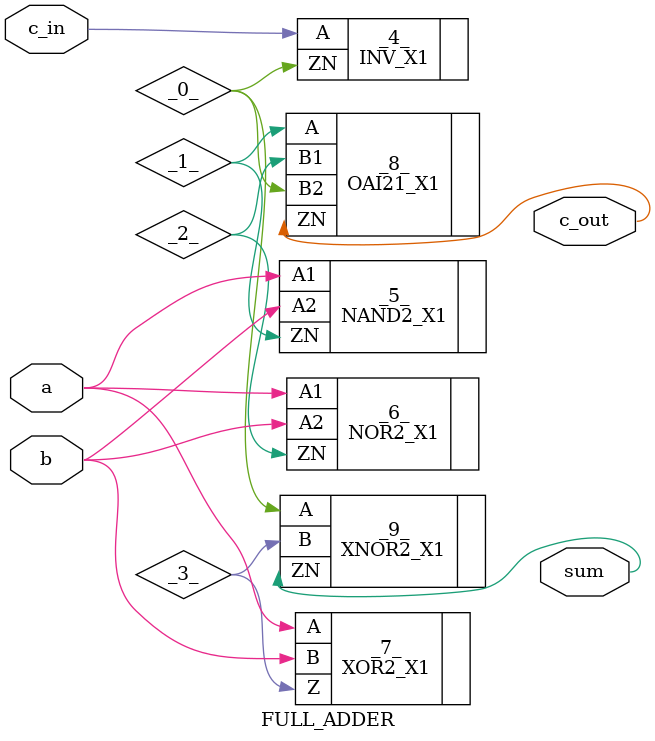
<source format=sv>
/* Generated by Yosys 0.55 (git sha1 60f126cd00c94892782470192d6c9f7abebe7c05, clang++ 16.0.0 -fPIC -O3) */

(* top =  1  *)
(* src = "full_adder.sv:1.1-6.10" *)
module FULL_ADDER(a, b, c_in, sum, c_out);
  wire _0_;
  wire _1_;
  wire _2_;
  wire _3_;
  (* src = "full_adder.sv:1.31-1.32" *)
  input a;
  wire a;
  (* src = "full_adder.sv:1.46-1.47" *)
  input b;
  wire b;
  (* src = "full_adder.sv:1.61-1.65" *)
  input c_in;
  wire c_in;
  (* src = "full_adder.sv:1.98-1.103" *)
  output c_out;
  wire c_out;
  (* src = "full_adder.sv:1.80-1.83" *)
  output sum;
  wire sum;
  INV_X1 _4_ (
    .A(c_in),
    .ZN(_0_)
  );
  NAND2_X1 _5_ (
    .A1(a),
    .A2(b),
    .ZN(_1_)
  );
  NOR2_X1 _6_ (
    .A1(a),
    .A2(b),
    .ZN(_2_)
  );
  XOR2_X1 _7_ (
    .A(a),
    .B(b),
    .Z(_3_)
  );
  OAI21_X1 _8_ (
    .A(_1_),
    .B1(_2_),
    .B2(_0_),
    .ZN(c_out)
  );
  XNOR2_X1 _9_ (
    .A(_0_),
    .B(_3_),
    .ZN(sum)
  );
endmodule

</source>
